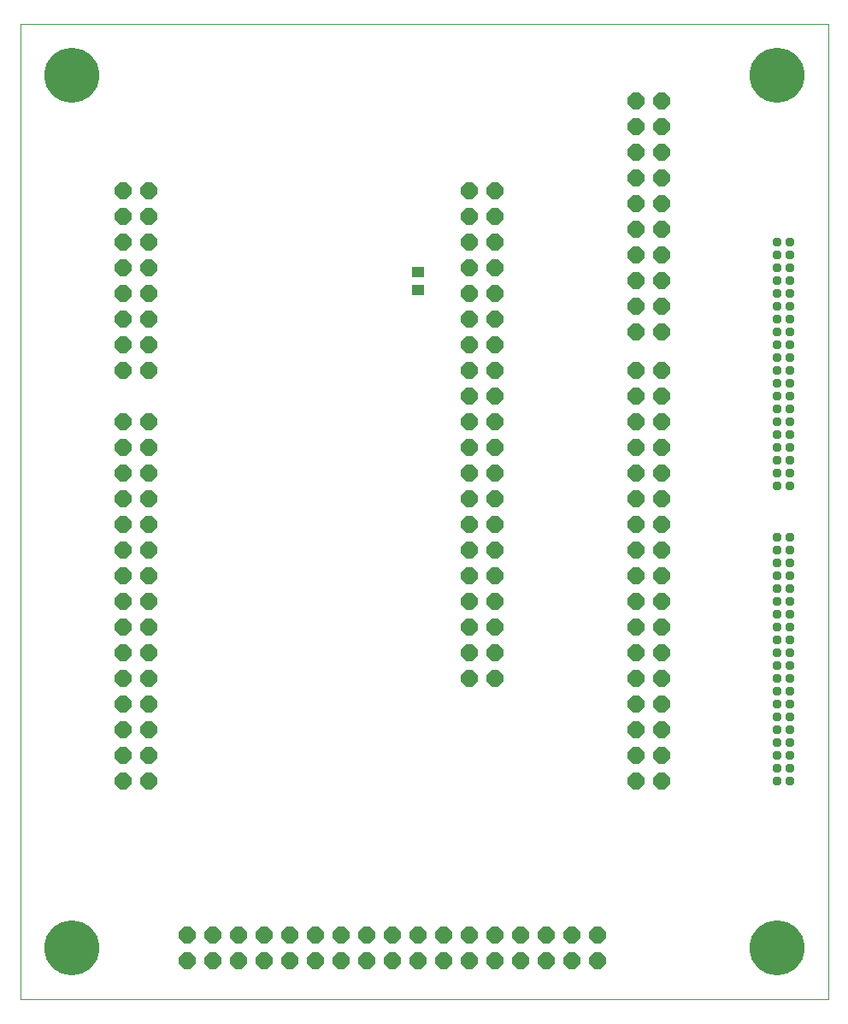
<source format=gbs>
G75*
%MOIN*%
%OFA0B0*%
%FSLAX25Y25*%
%IPPOS*%
%LPD*%
%AMOC8*
5,1,8,0,0,1.08239X$1,22.5*
%
%ADD10C,0.00000*%
%ADD11C,0.21400*%
%ADD12OC8,0.03400*%
%ADD13OC8,0.06400*%
%ADD14R,0.04731X0.04337*%
D10*
X0038933Y0038933D02*
X0038933Y0418933D01*
X0353933Y0418933D01*
X0353933Y0038933D01*
X0038933Y0038933D01*
D11*
X0058933Y0058933D03*
X0333933Y0058933D03*
X0333933Y0398933D03*
X0058933Y0398933D03*
D12*
X0333933Y0333933D03*
X0333933Y0328933D03*
X0333933Y0323933D03*
X0333933Y0318933D03*
X0333933Y0313933D03*
X0338933Y0313933D03*
X0338933Y0318933D03*
X0338933Y0323933D03*
X0338933Y0328933D03*
X0338933Y0333933D03*
X0338933Y0308933D03*
X0338933Y0303933D03*
X0338933Y0298933D03*
X0338933Y0293933D03*
X0338933Y0288933D03*
X0338933Y0283933D03*
X0333933Y0283933D03*
X0333933Y0288933D03*
X0333933Y0293933D03*
X0333933Y0298933D03*
X0333933Y0303933D03*
X0333933Y0308933D03*
X0333933Y0278933D03*
X0333933Y0273933D03*
X0333933Y0268933D03*
X0333933Y0263933D03*
X0333933Y0258933D03*
X0333933Y0253933D03*
X0338933Y0253933D03*
X0338933Y0258933D03*
X0338933Y0263933D03*
X0338933Y0268933D03*
X0338933Y0273933D03*
X0338933Y0278933D03*
X0338933Y0248933D03*
X0338933Y0243933D03*
X0338933Y0238933D03*
X0333933Y0238933D03*
X0333933Y0243933D03*
X0333933Y0248933D03*
X0333933Y0218933D03*
X0338933Y0218933D03*
X0338933Y0213933D03*
X0338933Y0208933D03*
X0338933Y0203933D03*
X0338933Y0198933D03*
X0338933Y0193933D03*
X0338933Y0188933D03*
X0333933Y0188933D03*
X0333933Y0193933D03*
X0333933Y0198933D03*
X0333933Y0203933D03*
X0333933Y0208933D03*
X0333933Y0213933D03*
X0333933Y0183933D03*
X0333933Y0178933D03*
X0333933Y0173933D03*
X0333933Y0168933D03*
X0333933Y0163933D03*
X0333933Y0158933D03*
X0338933Y0158933D03*
X0338933Y0163933D03*
X0338933Y0168933D03*
X0338933Y0173933D03*
X0338933Y0178933D03*
X0338933Y0183933D03*
X0338933Y0153933D03*
X0338933Y0148933D03*
X0338933Y0143933D03*
X0338933Y0138933D03*
X0338933Y0133933D03*
X0338933Y0128933D03*
X0333933Y0128933D03*
X0333933Y0133933D03*
X0333933Y0138933D03*
X0333933Y0143933D03*
X0333933Y0148933D03*
X0333933Y0153933D03*
X0333933Y0123933D03*
X0338933Y0123933D03*
D13*
X0288933Y0123933D03*
X0278933Y0123933D03*
X0278933Y0133933D03*
X0278933Y0143933D03*
X0278933Y0153933D03*
X0288933Y0153933D03*
X0288933Y0143933D03*
X0288933Y0133933D03*
X0288933Y0163933D03*
X0278933Y0163933D03*
X0278933Y0173933D03*
X0278933Y0183933D03*
X0288933Y0183933D03*
X0288933Y0173933D03*
X0288933Y0193933D03*
X0278933Y0193933D03*
X0278933Y0203933D03*
X0278933Y0213933D03*
X0288933Y0213933D03*
X0288933Y0203933D03*
X0288933Y0223933D03*
X0278933Y0223933D03*
X0278933Y0233933D03*
X0278933Y0243933D03*
X0288933Y0243933D03*
X0288933Y0233933D03*
X0288933Y0253933D03*
X0278933Y0253933D03*
X0278933Y0263933D03*
X0278933Y0273933D03*
X0288933Y0273933D03*
X0288933Y0263933D03*
X0288933Y0283933D03*
X0278933Y0283933D03*
X0278933Y0298933D03*
X0278933Y0308933D03*
X0288933Y0308933D03*
X0288933Y0298933D03*
X0288933Y0318933D03*
X0278933Y0318933D03*
X0278933Y0328933D03*
X0278933Y0338933D03*
X0288933Y0338933D03*
X0288933Y0328933D03*
X0288933Y0348933D03*
X0278933Y0348933D03*
X0278933Y0358933D03*
X0278933Y0368933D03*
X0288933Y0368933D03*
X0288933Y0358933D03*
X0288933Y0378933D03*
X0278933Y0378933D03*
X0278933Y0388933D03*
X0288933Y0388933D03*
X0223933Y0353933D03*
X0223933Y0343933D03*
X0223933Y0333933D03*
X0223933Y0323933D03*
X0223933Y0313933D03*
X0223933Y0303933D03*
X0223933Y0293933D03*
X0223933Y0283933D03*
X0223933Y0273933D03*
X0223933Y0263933D03*
X0223933Y0253933D03*
X0223933Y0243933D03*
X0223933Y0233933D03*
X0223933Y0223933D03*
X0223933Y0213933D03*
X0223933Y0203933D03*
X0223933Y0193933D03*
X0223933Y0183933D03*
X0223933Y0173933D03*
X0223933Y0163933D03*
X0213933Y0163933D03*
X0213933Y0173933D03*
X0213933Y0183933D03*
X0213933Y0193933D03*
X0213933Y0203933D03*
X0213933Y0213933D03*
X0213933Y0223933D03*
X0213933Y0233933D03*
X0213933Y0243933D03*
X0213933Y0253933D03*
X0213933Y0263933D03*
X0213933Y0273933D03*
X0213933Y0283933D03*
X0213933Y0293933D03*
X0213933Y0303933D03*
X0213933Y0313933D03*
X0213933Y0323933D03*
X0213933Y0333933D03*
X0213933Y0343933D03*
X0213933Y0353933D03*
X0088933Y0353933D03*
X0088933Y0343933D03*
X0088933Y0333933D03*
X0088933Y0323933D03*
X0088933Y0313933D03*
X0088933Y0303933D03*
X0088933Y0293933D03*
X0088933Y0283933D03*
X0078933Y0283933D03*
X0078933Y0293933D03*
X0078933Y0303933D03*
X0078933Y0313933D03*
X0078933Y0323933D03*
X0078933Y0333933D03*
X0078933Y0343933D03*
X0078933Y0353933D03*
X0078933Y0263933D03*
X0078933Y0253933D03*
X0078933Y0243933D03*
X0078933Y0233933D03*
X0078933Y0223933D03*
X0078933Y0213933D03*
X0078933Y0203933D03*
X0078933Y0193933D03*
X0078933Y0183933D03*
X0078933Y0173933D03*
X0078933Y0163933D03*
X0078933Y0153933D03*
X0078933Y0143933D03*
X0078933Y0133933D03*
X0078933Y0123933D03*
X0088933Y0123933D03*
X0088933Y0133933D03*
X0088933Y0143933D03*
X0088933Y0153933D03*
X0088933Y0163933D03*
X0088933Y0173933D03*
X0088933Y0183933D03*
X0088933Y0193933D03*
X0088933Y0203933D03*
X0088933Y0213933D03*
X0088933Y0223933D03*
X0088933Y0233933D03*
X0088933Y0243933D03*
X0088933Y0253933D03*
X0088933Y0263933D03*
X0103933Y0063933D03*
X0103933Y0053933D03*
X0113933Y0053933D03*
X0113933Y0063933D03*
X0123933Y0063933D03*
X0123933Y0053933D03*
X0133933Y0053933D03*
X0133933Y0063933D03*
X0143933Y0063933D03*
X0143933Y0053933D03*
X0153933Y0053933D03*
X0153933Y0063933D03*
X0163933Y0063933D03*
X0163933Y0053933D03*
X0173933Y0053933D03*
X0173933Y0063933D03*
X0183933Y0063933D03*
X0183933Y0053933D03*
X0193933Y0053933D03*
X0193933Y0063933D03*
X0203933Y0063933D03*
X0203933Y0053933D03*
X0213933Y0053933D03*
X0213933Y0063933D03*
X0223933Y0063933D03*
X0223933Y0053933D03*
X0233933Y0053933D03*
X0233933Y0063933D03*
X0243933Y0063933D03*
X0243933Y0053933D03*
X0253933Y0053933D03*
X0253933Y0063933D03*
X0263933Y0063933D03*
X0263933Y0053933D03*
D14*
X0193933Y0315587D03*
X0193933Y0322280D03*
M02*

</source>
